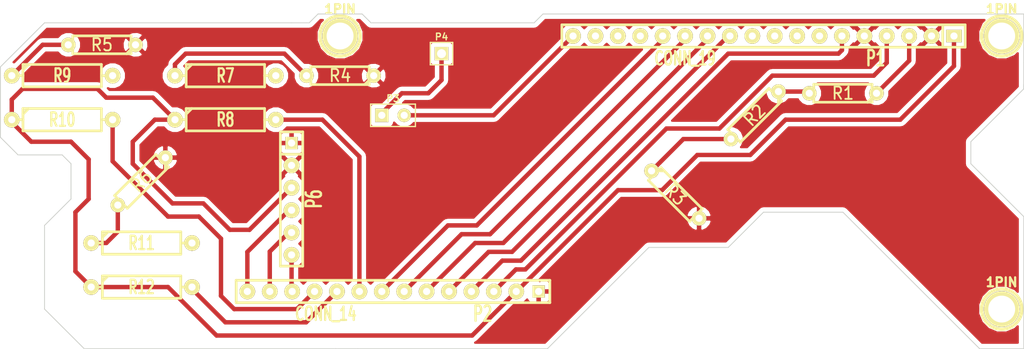
<source format=kicad_pcb>
(kicad_pcb (version 3) (host pcbnew "(2013-07-07 BZR 4022)-stable")

  (general
    (links 33)
    (no_connects 0)
    (area 16.449999 13.063 132.730501 52.550001)
    (thickness 1.6)
    (drawings 37)
    (tracks 110)
    (zones 0)
    (modules 20)
    (nets 23)
  )

  (page A3)
  (layers
    (15 F.Cu signal)
    (0 B.Cu signal)
    (16 B.Adhes user)
    (17 F.Adhes user)
    (18 B.Paste user)
    (19 F.Paste user)
    (20 B.SilkS user)
    (21 F.SilkS user)
    (22 B.Mask user)
    (23 F.Mask user)
    (24 Dwgs.User user)
    (25 Cmts.User user)
    (26 Eco1.User user)
    (27 Eco2.User user)
    (28 Edge.Cuts user)
  )

  (setup
    (last_trace_width 0.5)
    (trace_clearance 0.254)
    (zone_clearance 0.508)
    (zone_45_only no)
    (trace_min 0.254)
    (segment_width 0.2)
    (edge_width 0.1)
    (via_size 0.889)
    (via_drill 0.635)
    (via_min_size 0.889)
    (via_min_drill 0.508)
    (uvia_size 0.508)
    (uvia_drill 0.127)
    (uvias_allowed no)
    (uvia_min_size 0.508)
    (uvia_min_drill 0.127)
    (pcb_text_width 0.3)
    (pcb_text_size 1.5 1.5)
    (mod_edge_width 0.15)
    (mod_text_size 1 1)
    (mod_text_width 0.15)
    (pad_size 1.524 1.524)
    (pad_drill 0.8128)
    (pad_to_mask_clearance 0.4064)
    (solder_mask_min_width 0.4064)
    (pad_to_paste_clearance 0.4064)
    (aux_axis_origin 0 0)
    (visible_elements 7FFFFFFF)
    (pcbplotparams
      (layerselection 271613953)
      (usegerberextensions true)
      (excludeedgelayer true)
      (linewidth 0.150000)
      (plotframeref false)
      (viasonmask false)
      (mode 1)
      (useauxorigin false)
      (hpglpennumber 1)
      (hpglpenspeed 20)
      (hpglpendiameter 15)
      (hpglpenoverlay 2)
      (psnegative false)
      (psa4output false)
      (plotreference true)
      (plotvalue true)
      (plotothertext true)
      (plotinvisibletext false)
      (padsonsilk false)
      (subtractmaskfromsilk false)
      (outputformat 1)
      (mirror false)
      (drillshape 0)
      (scaleselection 1)
      (outputdirectory ../../Users/Administrator/Desktop/inter/))
  )

  (net 0 "")
  (net 1 +5V)
  (net 2 /10)
  (net 3 /2)
  (net 4 /3)
  (net 5 /4)
  (net 6 /6)
  (net 7 /7)
  (net 8 /9)
  (net 9 /A2)
  (net 10 /A3)
  (net 11 /BAT)
  (net 12 /R)
  (net 13 /RST)
  (net 14 /RX1)
  (net 15 /TX0)
  (net 16 /Vin)
  (net 17 GND)
  (net 18 N-0000011)
  (net 19 N-0000030)
  (net 20 N-0000031)
  (net 21 N-0000032)
  (net 22 N-0000033)

  (net_class Default "This is the default net class."
    (clearance 0.254)
    (trace_width 0.5)
    (via_dia 0.889)
    (via_drill 0.635)
    (uvia_dia 0.508)
    (uvia_drill 0.127)
    (add_net "")
    (add_net +5V)
    (add_net /10)
    (add_net /2)
    (add_net /3)
    (add_net /4)
    (add_net /6)
    (add_net /7)
    (add_net /9)
    (add_net /A2)
    (add_net /A3)
    (add_net /BAT)
    (add_net /R)
    (add_net /RST)
    (add_net /RX1)
    (add_net /TX0)
    (add_net /Vin)
    (add_net GND)
    (add_net N-0000011)
    (add_net N-0000030)
    (add_net N-0000031)
    (add_net N-0000032)
    (add_net N-0000033)
  )

  (module SIL-18 (layer F.Cu) (tedit 52E1A356) (tstamp 52E1A086)
    (at 103 17 180)
    (descr "Connecteur 18 pins")
    (tags "CONN DEV")
    (path /52E194F0)
    (solder_mask_margin 0.4064)
    (solder_paste_margin -0.4064)
    (clearance 0.4064)
    (fp_text reference P1 (at -12.7 -2.54 180) (layer F.SilkS)
      (effects (font (size 1.72974 1.08712) (thickness 0.3048)))
    )
    (fp_text value CONN_19 (at 8.89 -2.54 180) (layer F.SilkS)
      (effects (font (size 1.524 1.016) (thickness 0.3048)))
    )
    (fp_line (start -22.86 -1.27) (end 22.86 -1.27) (layer F.SilkS) (width 0.3048))
    (fp_line (start 22.86 -1.27) (end 22.86 1.27) (layer F.SilkS) (width 0.3048))
    (fp_line (start 22.86 1.27) (end -22.86 1.27) (layer F.SilkS) (width 0.3048))
    (fp_line (start -22.86 1.27) (end -22.86 -1.27) (layer F.SilkS) (width 0.3048))
    (fp_line (start -20.32 -1.27) (end -20.32 1.27) (layer F.SilkS) (width 0.3048))
    (pad 1 thru_hole rect (at -21.59 0 180) (size 1.778 1.397) (drill 0.8128)
      (layers *.Cu *.Mask F.SilkS)
      (net 1 +5V)
      (solder_mask_margin 0.4064)
      (solder_paste_margin -0.4064)
      (clearance 0.4064)
      (thermal_width 0.508)
      (thermal_gap 0.508)
    )
    (pad 2 thru_hole circle (at -19.05 0 180) (size 1.778 1.778) (drill 0.8128)
      (layers *.Cu *.Mask F.SilkS)
      (net 17 GND)
      (solder_mask_margin 0.4064)
      (solder_paste_margin -0.4064)
    )
    (pad 3 thru_hole circle (at -16.51 0 180) (size 1.778 1.778) (drill 0.8128)
      (layers *.Cu *.Mask F.SilkS)
      (net 12 /R)
      (solder_mask_margin 0.4064)
      (solder_paste_margin -0.4064)
    )
    (pad 4 thru_hole circle (at -13.97 0 180) (size 1.778 1.778) (drill 0.8128)
      (layers *.Cu *.Mask F.SilkS)
      (net 8 /9)
      (solder_mask_margin 0.4064)
      (solder_paste_margin -0.4064)
    )
    (pad 5 thru_hole circle (at -11.43 0 180) (size 1.778 1.778) (drill 0.8128)
      (layers *.Cu *.Mask F.SilkS)
      (net 17 GND)
      (solder_mask_margin 0.4064)
      (solder_paste_margin -0.4064)
    )
    (pad 6 thru_hole circle (at -8.89 0 180) (size 1.778 1.778) (drill 0.8128)
      (layers *.Cu *.Mask F.SilkS)
      (net 2 /10)
      (solder_mask_margin 0.4064)
      (solder_paste_margin -0.4064)
      (clearance 0.4064)
      (thermal_width 0.508)
      (thermal_gap 0.508)
    )
    (pad 7 thru_hole circle (at -6.35 0 180) (size 1.778 1.778) (drill 0.8128)
      (layers *.Cu *.Mask F.SilkS)
      (solder_mask_margin 0.4064)
      (solder_paste_margin -0.4064)
    )
    (pad 8 thru_hole circle (at -3.81 0 180) (size 1.778 1.778) (drill 0.8128)
      (layers *.Cu *.Mask F.SilkS)
      (solder_mask_margin 0.4064)
      (solder_paste_margin -0.4064)
    )
    (pad 9 thru_hole circle (at -1.27 0 180) (size 1.778 1.778) (drill 0.8128)
      (layers *.Cu *.Mask F.SilkS)
      (solder_mask_margin 0.4064)
      (solder_paste_margin -0.4064)
    )
    (pad 10 thru_hole circle (at 1.27 0 180) (size 1.778 1.778) (drill 0.8128)
      (layers *.Cu *.Mask F.SilkS)
      (solder_mask_margin 0.4064)
      (solder_paste_margin -0.4064)
      (clearance 0.4064)
      (thermal_width 0.508)
      (thermal_gap 0.508)
    )
    (pad 11 thru_hole circle (at 3.81 0 180) (size 1.778 1.778) (drill 0.8128)
      (layers *.Cu *.Mask F.SilkS)
      (net 6 /6)
      (solder_mask_margin 0.4064)
      (solder_paste_margin -0.4064)
      (clearance 0.4064)
      (thermal_width 0.508)
      (thermal_gap 0.508)
    )
    (pad 12 thru_hole circle (at 6.35 0 180) (size 1.778 1.778) (drill 0.8128)
      (layers *.Cu *.Mask F.SilkS)
      (net 5 /4)
      (solder_mask_margin 0.4064)
      (solder_paste_margin -0.4064)
    )
    (pad 13 thru_hole circle (at 8.89 0 180) (size 1.778 1.778) (drill 0.8128)
      (layers *.Cu *.Mask F.SilkS)
      (net 4 /3)
      (solder_mask_margin 0.4064)
      (solder_paste_margin -0.4064)
    )
    (pad 14 thru_hole circle (at 11.43 0 180) (size 1.778 1.778) (drill 0.8128)
      (layers *.Cu *.Mask F.SilkS)
      (net 3 /2)
      (solder_mask_margin 0.4064)
      (solder_paste_margin -0.4064)
      (clearance 0.4064)
      (thermal_width 0.508)
      (thermal_gap 0.508)
    )
    (pad 15 thru_hole circle (at 13.97 0 180) (size 1.778 1.778) (drill 0.8128)
      (layers *.Cu *.Mask F.SilkS)
      (solder_mask_margin 0.4064)
      (solder_paste_margin -0.4064)
    )
    (pad 16 thru_hole circle (at 16.51 0 180) (size 1.778 1.778) (drill 0.8128)
      (layers *.Cu *.Mask F.SilkS)
      (solder_mask_margin 0.4064)
      (solder_paste_margin -0.4064)
    )
    (pad 17 thru_hole circle (at 19.05 0 180) (size 1.778 1.778) (drill 0.8128)
      (layers *.Cu *.Mask F.SilkS)
      (solder_mask_margin 0.4064)
      (solder_paste_margin -0.4064)
      (clearance 0.4064)
      (thermal_width 0.508)
      (thermal_gap 0.508)
    )
    (pad 18 thru_hole circle (at 21.59 0 180) (size 1.778 1.778) (drill 0.8128)
      (layers *.Cu *.Mask F.SilkS)
      (net 11 /BAT)
      (solder_mask_margin 0.4064)
      (solder_paste_margin -0.4064)
      (clearance 0.4064)
      (thermal_width 0.508)
      (thermal_gap 0.508)
    )
  )

  (module R4-5 (layer F.Cu) (tedit 416E8E97) (tstamp 52DD3D2A)
    (at 42 21.5)
    (path /52DD336B)
    (fp_text reference R7 (at 0 0) (layer F.SilkS)
      (effects (font (size 1.524 1.016) (thickness 0.3048)))
    )
    (fp_text value R (at 0 0) (layer F.SilkS) hide
      (effects (font (size 1.524 1.016) (thickness 0.3048)))
    )
    (fp_line (start -4.445 -1.27) (end -4.445 1.27) (layer F.SilkS) (width 0.3048))
    (fp_line (start -4.445 1.27) (end 4.445 1.27) (layer F.SilkS) (width 0.3048))
    (fp_line (start 4.445 1.27) (end 4.445 -1.27) (layer F.SilkS) (width 0.3048))
    (fp_line (start 4.445 -1.27) (end -4.445 -1.27) (layer F.SilkS) (width 0.3048))
    (fp_line (start -4.445 -0.635) (end -3.81 -1.27) (layer F.SilkS) (width 0.3048))
    (fp_line (start -4.445 0) (end -5.715 0) (layer F.SilkS) (width 0.3048))
    (fp_line (start 4.445 0) (end 5.715 0) (layer F.SilkS) (width 0.3048))
    (pad 1 thru_hole circle (at -5.715 0) (size 1.778 1.778) (drill 0.8128)
      (layers *.Cu *.Mask F.SilkS)
      (net 19 N-0000030)
      (solder_mask_margin 0.4064)
      (solder_paste_margin -0.4064)
    )
    (pad 2 thru_hole circle (at 5.715 0) (size 1.778 1.778) (drill 0.8128)
      (layers *.Cu *.Mask F.SilkS)
      (solder_mask_margin 0.4064)
      (solder_paste_margin -0.4064)
    )
    (model discret/resistor.wrl
      (at (xyz 0 0 0))
      (scale (xyz 0.45 0.45 0.45))
      (rotate (xyz 0 0 0))
    )
  )

  (module R4-5 (layer F.Cu) (tedit 52E1A2AF) (tstamp 52DD3D37)
    (at 42 26.5)
    (path /52DD3371)
    (fp_text reference R8 (at 0 0) (layer F.SilkS)
      (effects (font (size 1.524 1.016) (thickness 0.3048)))
    )
    (fp_text value R (at 0 0) (layer F.SilkS) hide
      (effects (font (size 1.524 1.016) (thickness 0.3048)))
    )
    (fp_line (start -4.445 -1.27) (end -4.445 1.27) (layer F.SilkS) (width 0.3048))
    (fp_line (start -4.445 1.27) (end 4.445 1.27) (layer F.SilkS) (width 0.3048))
    (fp_line (start 4.445 1.27) (end 4.445 -1.27) (layer F.SilkS) (width 0.3048))
    (fp_line (start 4.445 -1.27) (end -4.445 -1.27) (layer F.SilkS) (width 0.3048))
    (fp_line (start -4.445 -0.635) (end -3.81 -1.27) (layer F.SilkS) (width 0.3048))
    (fp_line (start -4.445 0) (end -5.715 0) (layer F.SilkS) (width 0.3048))
    (fp_line (start 4.445 0) (end 5.715 0) (layer F.SilkS) (width 0.3048))
    (pad 1 thru_hole circle (at -5.715 0) (size 1.778 1.778) (drill 0.8128)
      (layers *.Cu *.Mask F.SilkS)
      (net 1 +5V)
      (solder_mask_margin 0.4064)
      (solder_paste_margin -0.4064)
    )
    (pad 2 thru_hole circle (at 5.715 0) (size 1.778 1.778) (drill 0.8128)
      (layers *.Cu *.Mask F.SilkS)
      (net 7 /7)
      (solder_mask_margin 0.4064)
      (solder_paste_margin -0.4064)
      (clearance 0.4064)
      (thermal_width 0.508)
      (thermal_gap 0.508)
    )
    (model discret/resistor.wrl
      (at (xyz 0 0 0))
      (scale (xyz 0.45 0.45 0.45))
      (rotate (xyz 0 0 0))
    )
  )

  (module R4-5 (layer F.Cu) (tedit 416E8E97) (tstamp 52DD3D44)
    (at 23.5 21.5)
    (path /52DD38D4)
    (fp_text reference R9 (at 0 0) (layer F.SilkS)
      (effects (font (size 1.524 1.016) (thickness 0.3048)))
    )
    (fp_text value R (at 0 0) (layer F.SilkS) hide
      (effects (font (size 1.524 1.016) (thickness 0.3048)))
    )
    (fp_line (start -4.445 -1.27) (end -4.445 1.27) (layer F.SilkS) (width 0.3048))
    (fp_line (start -4.445 1.27) (end 4.445 1.27) (layer F.SilkS) (width 0.3048))
    (fp_line (start 4.445 1.27) (end 4.445 -1.27) (layer F.SilkS) (width 0.3048))
    (fp_line (start 4.445 -1.27) (end -4.445 -1.27) (layer F.SilkS) (width 0.3048))
    (fp_line (start -4.445 -0.635) (end -3.81 -1.27) (layer F.SilkS) (width 0.3048))
    (fp_line (start -4.445 0) (end -5.715 0) (layer F.SilkS) (width 0.3048))
    (fp_line (start 4.445 0) (end 5.715 0) (layer F.SilkS) (width 0.3048))
    (pad 1 thru_hole circle (at -5.715 0) (size 1.778 1.778) (drill 0.8128)
      (layers *.Cu *.Mask F.SilkS)
      (net 22 N-0000033)
      (solder_mask_margin 0.4064)
      (solder_paste_margin -0.4064)
    )
    (pad 2 thru_hole circle (at 5.715 0) (size 1.778 1.778) (drill 0.8128)
      (layers *.Cu *.Mask F.SilkS)
      (solder_mask_margin 0.4064)
      (solder_paste_margin -0.4064)
    )
    (model discret/resistor.wrl
      (at (xyz 0 0 0))
      (scale (xyz 0.45 0.45 0.45))
      (rotate (xyz 0 0 0))
    )
  )

  (module R4-5 (layer F.Cu) (tedit 416E8E97) (tstamp 52DD3D51)
    (at 23.5 26.5)
    (path /52DD38DA)
    (fp_text reference R10 (at 0 0) (layer F.SilkS)
      (effects (font (size 1.524 1.016) (thickness 0.3048)))
    )
    (fp_text value R (at 0 0) (layer F.SilkS) hide
      (effects (font (size 1.524 1.016) (thickness 0.3048)))
    )
    (fp_line (start -4.445 -1.27) (end -4.445 1.27) (layer F.SilkS) (width 0.3048))
    (fp_line (start -4.445 1.27) (end 4.445 1.27) (layer F.SilkS) (width 0.3048))
    (fp_line (start 4.445 1.27) (end 4.445 -1.27) (layer F.SilkS) (width 0.3048))
    (fp_line (start 4.445 -1.27) (end -4.445 -1.27) (layer F.SilkS) (width 0.3048))
    (fp_line (start -4.445 -0.635) (end -3.81 -1.27) (layer F.SilkS) (width 0.3048))
    (fp_line (start -4.445 0) (end -5.715 0) (layer F.SilkS) (width 0.3048))
    (fp_line (start 4.445 0) (end 5.715 0) (layer F.SilkS) (width 0.3048))
    (pad 1 thru_hole circle (at -5.715 0) (size 1.778 1.778) (drill 0.8128)
      (layers *.Cu *.Mask F.SilkS)
      (net 1 +5V)
      (solder_mask_margin 0.4064)
      (solder_paste_margin -0.4064)
    )
    (pad 2 thru_hole circle (at 5.715 0) (size 1.778 1.778) (drill 0.8128)
      (layers *.Cu *.Mask F.SilkS)
      (net 10 /A3)
      (solder_mask_margin 0.4064)
      (solder_paste_margin -0.4064)
    )
    (model discret/resistor.wrl
      (at (xyz 0 0 0))
      (scale (xyz 0.45 0.45 0.45))
      (rotate (xyz 0 0 0))
    )
  )

  (module R4-5 (layer F.Cu) (tedit 416E8E97) (tstamp 52DD3D5E)
    (at 32.5 45.5)
    (path /52DD38F4)
    (fp_text reference R12 (at 0 0) (layer F.SilkS)
      (effects (font (size 1.524 1.016) (thickness 0.3048)))
    )
    (fp_text value R (at 0 0) (layer F.SilkS) hide
      (effects (font (size 1.524 1.016) (thickness 0.3048)))
    )
    (fp_line (start -4.445 -1.27) (end -4.445 1.27) (layer F.SilkS) (width 0.3048))
    (fp_line (start -4.445 1.27) (end 4.445 1.27) (layer F.SilkS) (width 0.3048))
    (fp_line (start 4.445 1.27) (end 4.445 -1.27) (layer F.SilkS) (width 0.3048))
    (fp_line (start 4.445 -1.27) (end -4.445 -1.27) (layer F.SilkS) (width 0.3048))
    (fp_line (start -4.445 -0.635) (end -3.81 -1.27) (layer F.SilkS) (width 0.3048))
    (fp_line (start -4.445 0) (end -5.715 0) (layer F.SilkS) (width 0.3048))
    (fp_line (start 4.445 0) (end 5.715 0) (layer F.SilkS) (width 0.3048))
    (pad 1 thru_hole circle (at -5.715 0) (size 1.778 1.778) (drill 0.8128)
      (layers *.Cu *.Mask F.SilkS)
      (net 1 +5V)
      (solder_mask_margin 0.4064)
      (solder_paste_margin -0.4064)
    )
    (pad 2 thru_hole circle (at 5.715 0) (size 1.778 1.778) (drill 0.8128)
      (layers *.Cu *.Mask F.SilkS)
      (net 9 /A2)
      (solder_mask_margin 0.4064)
      (solder_paste_margin -0.4064)
    )
    (model discret/resistor.wrl
      (at (xyz 0 0 0))
      (scale (xyz 0.45 0.45 0.45))
      (rotate (xyz 0 0 0))
    )
  )

  (module R4-5 (layer F.Cu) (tedit 416E8E97) (tstamp 52DD3D6B)
    (at 32.5 40.5)
    (path /52DD3A3B)
    (fp_text reference R11 (at 0 0) (layer F.SilkS)
      (effects (font (size 1.524 1.016) (thickness 0.3048)))
    )
    (fp_text value R (at 0 0) (layer F.SilkS) hide
      (effects (font (size 1.524 1.016) (thickness 0.3048)))
    )
    (fp_line (start -4.445 -1.27) (end -4.445 1.27) (layer F.SilkS) (width 0.3048))
    (fp_line (start -4.445 1.27) (end 4.445 1.27) (layer F.SilkS) (width 0.3048))
    (fp_line (start 4.445 1.27) (end 4.445 -1.27) (layer F.SilkS) (width 0.3048))
    (fp_line (start 4.445 -1.27) (end -4.445 -1.27) (layer F.SilkS) (width 0.3048))
    (fp_line (start -4.445 -0.635) (end -3.81 -1.27) (layer F.SilkS) (width 0.3048))
    (fp_line (start -4.445 0) (end -5.715 0) (layer F.SilkS) (width 0.3048))
    (fp_line (start 4.445 0) (end 5.715 0) (layer F.SilkS) (width 0.3048))
    (pad 1 thru_hole circle (at -5.715 0) (size 1.778 1.778) (drill 0.8128)
      (layers *.Cu *.Mask F.SilkS)
      (net 18 N-0000011)
      (solder_mask_margin 0.4064)
      (solder_paste_margin -0.4064)
    )
    (pad 2 thru_hole circle (at 5.715 0) (size 1.778 1.778) (drill 0.8128)
      (layers *.Cu *.Mask F.SilkS)
      (solder_mask_margin 0.4064)
      (solder_paste_margin -0.4064)
    )
    (model discret/resistor.wrl
      (at (xyz 0 0 0))
      (scale (xyz 0.45 0.45 0.45))
      (rotate (xyz 0 0 0))
    )
  )

  (module R3-LARGE_PADS (layer F.Cu) (tedit 47E26765) (tstamp 52DD3D79)
    (at 93 35 315)
    (descr "Resitance 3 pas")
    (tags R)
    (path /52DD279F)
    (autoplace_cost180 10)
    (fp_text reference R3 (at 0 0 315) (layer F.SilkS)
      (effects (font (size 1.397 1.27) (thickness 0.2032)))
    )
    (fp_text value R (at 0 0 315) (layer F.SilkS) hide
      (effects (font (size 1.397 1.27) (thickness 0.2032)))
    )
    (fp_line (start -3.81 0) (end -3.302 0) (layer F.SilkS) (width 0.3048))
    (fp_line (start 3.81 0) (end 3.302 0) (layer F.SilkS) (width 0.3048))
    (fp_line (start 3.302 0) (end 3.302 -1.016) (layer F.SilkS) (width 0.3048))
    (fp_line (start 3.302 -1.016) (end -3.302 -1.016) (layer F.SilkS) (width 0.3048))
    (fp_line (start -3.302 -1.016) (end -3.302 1.016) (layer F.SilkS) (width 0.3048))
    (fp_line (start -3.302 1.016) (end 3.302 1.016) (layer F.SilkS) (width 0.3048))
    (fp_line (start 3.302 1.016) (end 3.302 0) (layer F.SilkS) (width 0.3048))
    (fp_line (start -3.302 -0.508) (end -2.794 -1.016) (layer F.SilkS) (width 0.3048))
    (pad 1 thru_hole circle (at -3.81 0 315) (size 1.651 1.651) (drill 0.8128)
      (layers *.Cu *.Mask F.SilkS)
      (net 20 N-0000031)
    )
    (pad 2 thru_hole circle (at 3.81 0 315) (size 1.651 1.651) (drill 0.8128)
      (layers *.Cu *.Mask F.SilkS)
      (net 17 GND)
    )
    (model discret/resistor.wrl
      (at (xyz 0 0 0))
      (scale (xyz 0.3 0.3 0.3))
      (rotate (xyz 0 0 0))
    )
  )

  (module R3-LARGE_PADS (layer F.Cu) (tedit 47E26765) (tstamp 52DD3E43)
    (at 102 26 225)
    (descr "Resitance 3 pas")
    (tags R)
    (path /52DD27A5)
    (autoplace_cost180 10)
    (fp_text reference R2 (at 0 0 225) (layer F.SilkS)
      (effects (font (size 1.397 1.27) (thickness 0.2032)))
    )
    (fp_text value R (at 0 0 225) (layer F.SilkS) hide
      (effects (font (size 1.397 1.27) (thickness 0.2032)))
    )
    (fp_line (start -3.81 0) (end -3.302 0) (layer F.SilkS) (width 0.3048))
    (fp_line (start 3.81 0) (end 3.302 0) (layer F.SilkS) (width 0.3048))
    (fp_line (start 3.302 0) (end 3.302 -1.016) (layer F.SilkS) (width 0.3048))
    (fp_line (start 3.302 -1.016) (end -3.302 -1.016) (layer F.SilkS) (width 0.3048))
    (fp_line (start -3.302 -1.016) (end -3.302 1.016) (layer F.SilkS) (width 0.3048))
    (fp_line (start -3.302 1.016) (end 3.302 1.016) (layer F.SilkS) (width 0.3048))
    (fp_line (start 3.302 1.016) (end 3.302 0) (layer F.SilkS) (width 0.3048))
    (fp_line (start -3.302 -0.508) (end -2.794 -1.016) (layer F.SilkS) (width 0.3048))
    (pad 1 thru_hole circle (at -3.81 0 225) (size 1.651 1.651) (drill 0.8128)
      (layers *.Cu *.Mask F.SilkS)
      (net 21 N-0000032)
    )
    (pad 2 thru_hole circle (at 3.81 0 225) (size 1.651 1.651) (drill 0.8128)
      (layers *.Cu *.Mask F.SilkS)
      (net 20 N-0000031)
    )
    (model discret/resistor.wrl
      (at (xyz 0 0 0))
      (scale (xyz 0.3 0.3 0.3))
      (rotate (xyz 0 0 0))
    )
  )

  (module R3-LARGE_PADS (layer F.Cu) (tedit 47E26765) (tstamp 52DD3D95)
    (at 112 23.5 180)
    (descr "Resitance 3 pas")
    (tags R)
    (path /52DD27AB)
    (autoplace_cost180 10)
    (fp_text reference R1 (at 0 0 180) (layer F.SilkS)
      (effects (font (size 1.397 1.27) (thickness 0.2032)))
    )
    (fp_text value R (at 0 0 180) (layer F.SilkS) hide
      (effects (font (size 1.397 1.27) (thickness 0.2032)))
    )
    (fp_line (start -3.81 0) (end -3.302 0) (layer F.SilkS) (width 0.3048))
    (fp_line (start 3.81 0) (end 3.302 0) (layer F.SilkS) (width 0.3048))
    (fp_line (start 3.302 0) (end 3.302 -1.016) (layer F.SilkS) (width 0.3048))
    (fp_line (start 3.302 -1.016) (end -3.302 -1.016) (layer F.SilkS) (width 0.3048))
    (fp_line (start -3.302 -1.016) (end -3.302 1.016) (layer F.SilkS) (width 0.3048))
    (fp_line (start -3.302 1.016) (end 3.302 1.016) (layer F.SilkS) (width 0.3048))
    (fp_line (start 3.302 1.016) (end 3.302 0) (layer F.SilkS) (width 0.3048))
    (fp_line (start -3.302 -0.508) (end -2.794 -1.016) (layer F.SilkS) (width 0.3048))
    (pad 1 thru_hole circle (at -3.81 0 180) (size 1.651 1.651) (drill 0.8128)
      (layers *.Cu *.Mask F.SilkS)
      (net 12 /R)
    )
    (pad 2 thru_hole circle (at 3.81 0 180) (size 1.651 1.651) (drill 0.8128)
      (layers *.Cu *.Mask F.SilkS)
      (net 21 N-0000032)
    )
    (model discret/resistor.wrl
      (at (xyz 0 0 0))
      (scale (xyz 0.3 0.3 0.3))
      (rotate (xyz 0 0 0))
    )
  )

  (module R3-LARGE_PADS (layer F.Cu) (tedit 47E26765) (tstamp 52DD3DA3)
    (at 55 21.5 180)
    (descr "Resitance 3 pas")
    (tags R)
    (path /52DD2923)
    (autoplace_cost180 10)
    (fp_text reference R4 (at 0 0 180) (layer F.SilkS)
      (effects (font (size 1.397 1.27) (thickness 0.2032)))
    )
    (fp_text value R (at 0 0 180) (layer F.SilkS) hide
      (effects (font (size 1.397 1.27) (thickness 0.2032)))
    )
    (fp_line (start -3.81 0) (end -3.302 0) (layer F.SilkS) (width 0.3048))
    (fp_line (start 3.81 0) (end 3.302 0) (layer F.SilkS) (width 0.3048))
    (fp_line (start 3.302 0) (end 3.302 -1.016) (layer F.SilkS) (width 0.3048))
    (fp_line (start 3.302 -1.016) (end -3.302 -1.016) (layer F.SilkS) (width 0.3048))
    (fp_line (start -3.302 -1.016) (end -3.302 1.016) (layer F.SilkS) (width 0.3048))
    (fp_line (start -3.302 1.016) (end 3.302 1.016) (layer F.SilkS) (width 0.3048))
    (fp_line (start 3.302 1.016) (end 3.302 0) (layer F.SilkS) (width 0.3048))
    (fp_line (start -3.302 -0.508) (end -2.794 -1.016) (layer F.SilkS) (width 0.3048))
    (pad 1 thru_hole circle (at -3.81 0 180) (size 1.651 1.651) (drill 0.8128)
      (layers *.Cu *.Mask F.SilkS)
      (net 17 GND)
    )
    (pad 2 thru_hole circle (at 3.81 0 180) (size 1.651 1.651) (drill 0.8128)
      (layers *.Cu *.Mask F.SilkS)
      (net 19 N-0000030)
    )
    (model discret/resistor.wrl
      (at (xyz 0 0 0))
      (scale (xyz 0.3 0.3 0.3))
      (rotate (xyz 0 0 0))
    )
  )

  (module R3-LARGE_PADS (layer F.Cu) (tedit 47E26765) (tstamp 52DD3DB1)
    (at 28 18 180)
    (descr "Resitance 3 pas")
    (tags R)
    (path /52DD38C9)
    (autoplace_cost180 10)
    (fp_text reference R5 (at 0 0 180) (layer F.SilkS)
      (effects (font (size 1.397 1.27) (thickness 0.2032)))
    )
    (fp_text value R (at 0 0 180) (layer F.SilkS) hide
      (effects (font (size 1.397 1.27) (thickness 0.2032)))
    )
    (fp_line (start -3.81 0) (end -3.302 0) (layer F.SilkS) (width 0.3048))
    (fp_line (start 3.81 0) (end 3.302 0) (layer F.SilkS) (width 0.3048))
    (fp_line (start 3.302 0) (end 3.302 -1.016) (layer F.SilkS) (width 0.3048))
    (fp_line (start 3.302 -1.016) (end -3.302 -1.016) (layer F.SilkS) (width 0.3048))
    (fp_line (start -3.302 -1.016) (end -3.302 1.016) (layer F.SilkS) (width 0.3048))
    (fp_line (start -3.302 1.016) (end 3.302 1.016) (layer F.SilkS) (width 0.3048))
    (fp_line (start 3.302 1.016) (end 3.302 0) (layer F.SilkS) (width 0.3048))
    (fp_line (start -3.302 -0.508) (end -2.794 -1.016) (layer F.SilkS) (width 0.3048))
    (pad 1 thru_hole circle (at -3.81 0 180) (size 1.651 1.651) (drill 0.8128)
      (layers *.Cu *.Mask F.SilkS)
      (net 17 GND)
    )
    (pad 2 thru_hole circle (at 3.81 0 180) (size 1.651 1.651) (drill 0.8128)
      (layers *.Cu *.Mask F.SilkS)
      (net 22 N-0000033)
    )
    (model discret/resistor.wrl
      (at (xyz 0 0 0))
      (scale (xyz 0.3 0.3 0.3))
      (rotate (xyz 0 0 0))
    )
  )

  (module R3-LARGE_PADS (layer F.Cu) (tedit 47E26765) (tstamp 52DD3DBF)
    (at 32.5 33.5 225)
    (descr "Resitance 3 pas")
    (tags R)
    (path /52DD38E3)
    (autoplace_cost180 10)
    (fp_text reference R6 (at 0 0 225) (layer F.SilkS)
      (effects (font (size 1.397 1.27) (thickness 0.2032)))
    )
    (fp_text value R (at 0 0 225) (layer F.SilkS) hide
      (effects (font (size 1.397 1.27) (thickness 0.2032)))
    )
    (fp_line (start -3.81 0) (end -3.302 0) (layer F.SilkS) (width 0.3048))
    (fp_line (start 3.81 0) (end 3.302 0) (layer F.SilkS) (width 0.3048))
    (fp_line (start 3.302 0) (end 3.302 -1.016) (layer F.SilkS) (width 0.3048))
    (fp_line (start 3.302 -1.016) (end -3.302 -1.016) (layer F.SilkS) (width 0.3048))
    (fp_line (start -3.302 -1.016) (end -3.302 1.016) (layer F.SilkS) (width 0.3048))
    (fp_line (start -3.302 1.016) (end 3.302 1.016) (layer F.SilkS) (width 0.3048))
    (fp_line (start 3.302 1.016) (end 3.302 0) (layer F.SilkS) (width 0.3048))
    (fp_line (start -3.302 -0.508) (end -2.794 -1.016) (layer F.SilkS) (width 0.3048))
    (pad 1 thru_hole circle (at -3.81 0 225) (size 1.651 1.651) (drill 0.8128)
      (layers *.Cu *.Mask F.SilkS)
      (net 17 GND)
    )
    (pad 2 thru_hole circle (at 3.81 0 225) (size 1.651 1.651) (drill 0.8128)
      (layers *.Cu *.Mask F.SilkS)
      (net 18 N-0000011)
    )
    (model discret/resistor.wrl
      (at (xyz 0 0 0))
      (scale (xyz 0.3 0.3 0.3))
      (rotate (xyz 0 0 0))
    )
  )

  (module 1pin (layer F.Cu) (tedit 200000) (tstamp 52DDF5EB)
    (at 55 17)
    (descr "module 1 pin (ou trou mecanique de percage)")
    (tags DEV)
    (path 1pin)
    (fp_text reference 1PIN (at 0 -3.048) (layer F.SilkS)
      (effects (font (size 1.016 1.016) (thickness 0.254)))
    )
    (fp_text value P*** (at 0 2.794) (layer F.SilkS) hide
      (effects (font (size 1.016 1.016) (thickness 0.254)))
    )
    (fp_circle (center 0 0) (end 0 -2.286) (layer F.SilkS) (width 0.381))
    (pad 1 thru_hole circle (at 0 0) (size 4.064 4.064) (drill 3.048)
      (layers *.Cu *.Mask F.SilkS)
    )
  )

  (module 1pin (layer F.Cu) (tedit 200000) (tstamp 52DDF5F6)
    (at 130 17)
    (descr "module 1 pin (ou trou mecanique de percage)")
    (tags DEV)
    (path 1pin)
    (fp_text reference 1PIN (at 0 -3.048) (layer F.SilkS)
      (effects (font (size 1.016 1.016) (thickness 0.254)))
    )
    (fp_text value P*** (at 0 2.794) (layer F.SilkS) hide
      (effects (font (size 1.016 1.016) (thickness 0.254)))
    )
    (fp_circle (center 0 0) (end 0 -2.286) (layer F.SilkS) (width 0.381))
    (pad 1 thru_hole circle (at 0 0) (size 4.064 4.064) (drill 3.048)
      (layers *.Cu *.Mask F.SilkS)
    )
  )

  (module 1pin (layer F.Cu) (tedit 200000) (tstamp 52DDF601)
    (at 130 48)
    (descr "module 1 pin (ou trou mecanique de percage)")
    (tags DEV)
    (path 1pin)
    (fp_text reference 1PIN (at 0 -3.048) (layer F.SilkS)
      (effects (font (size 1.016 1.016) (thickness 0.254)))
    )
    (fp_text value P*** (at 0 2.794) (layer F.SilkS) hide
      (effects (font (size 1.016 1.016) (thickness 0.254)))
    )
    (fp_circle (center 0 0) (end 0 -2.286) (layer F.SilkS) (width 0.381))
    (pad 1 thru_hole circle (at 0 0) (size 4.064 4.064) (drill 3.048)
      (layers *.Cu *.Mask F.SilkS)
    )
  )

  (module SIL-6 (layer F.Cu) (tedit 52E1A281) (tstamp 52E1938D)
    (at 49.5 35.5 270)
    (descr "Connecteur 6 pins")
    (tags "CONN DEV")
    (path /52E190A8)
    (fp_text reference P6 (at 0 -2.54 270) (layer F.SilkS)
      (effects (font (size 1.72974 1.08712) (thickness 0.3048)))
    )
    (fp_text value CONN_6 (at 0 -2.54 270) (layer F.SilkS) hide
      (effects (font (size 1.524 1.016) (thickness 0.3048)))
    )
    (fp_line (start -7.62 1.27) (end -7.62 -1.27) (layer F.SilkS) (width 0.3048))
    (fp_line (start -7.62 -1.27) (end 7.62 -1.27) (layer F.SilkS) (width 0.3048))
    (fp_line (start 7.62 -1.27) (end 7.62 1.27) (layer F.SilkS) (width 0.3048))
    (fp_line (start 7.62 1.27) (end -7.62 1.27) (layer F.SilkS) (width 0.3048))
    (fp_line (start -5.08 1.27) (end -5.08 -1.27) (layer F.SilkS) (width 0.3048))
    (pad 1 thru_hole rect (at -6.35 0 270) (size 1.397 1.397) (drill 0.8128)
      (layers *.Cu *.Mask F.SilkS)
      (net 17 GND)
    )
    (pad 2 thru_hole circle (at -3.81 0 270) (size 1.778 1.778) (drill 0.8128)
      (layers *.Cu *.Mask F.SilkS)
      (net 17 GND)
      (solder_mask_margin 0.4064)
      (solder_paste_margin -0.4064)
    )
    (pad 3 thru_hole circle (at -1.27 0 270) (size 1.778 1.778) (drill 0.8128)
      (layers *.Cu *.Mask F.SilkS)
      (net 1 +5V)
      (solder_mask_margin 0.4064)
      (solder_paste_margin -0.4064)
      (clearance 0.4064)
      (thermal_width 0.508)
      (thermal_gap 0.508)
    )
    (pad 4 thru_hole circle (at 1.27 0 270) (size 1.778 1.778) (drill 0.8128)
      (layers *.Cu *.Mask F.SilkS)
      (net 15 /TX0)
      (solder_mask_margin 0.4064)
      (solder_paste_margin -0.4064)
    )
    (pad 5 thru_hole circle (at 3.81 0 270) (size 1.778 1.778) (drill 0.8128)
      (layers *.Cu *.Mask F.SilkS)
      (net 14 /RX1)
      (solder_mask_margin 0.4064)
      (solder_paste_margin -0.4064)
    )
    (pad 6 thru_hole circle (at 6.35 0 270) (size 1.778 1.778) (drill 0.8128)
      (layers *.Cu *.Mask F.SilkS)
      (net 13 /RST)
      (solder_mask_margin 0.4064)
      (solder_paste_margin -0.4064)
    )
  )

  (module PIN_ARRAY_2X1 (layer F.Cu) (tedit 52E1A3A1) (tstamp 52E19397)
    (at 61 26)
    (descr "Connecteurs 2 pins")
    (tags "CONN DEV")
    (path /52DFEF81)
    (fp_text reference P3 (at 0 -1.905) (layer F.SilkS)
      (effects (font (size 0.762 0.762) (thickness 0.1524)))
    )
    (fp_text value CONN_2 (at 0 -1.905) (layer F.SilkS) hide
      (effects (font (size 0.762 0.762) (thickness 0.1524)))
    )
    (fp_line (start -2.54 1.27) (end -2.54 -1.27) (layer F.SilkS) (width 0.1524))
    (fp_line (start -2.54 -1.27) (end 2.54 -1.27) (layer F.SilkS) (width 0.1524))
    (fp_line (start 2.54 -1.27) (end 2.54 1.27) (layer F.SilkS) (width 0.1524))
    (fp_line (start 2.54 1.27) (end -2.54 1.27) (layer F.SilkS) (width 0.1524))
    (pad 1 thru_hole rect (at -1.27 0) (size 1.524 1.524) (drill 0.8128)
      (layers *.Cu *.Mask F.SilkS)
      (net 16 /Vin)
      (solder_mask_margin 0.4064)
      (solder_paste_margin -0.4064)
      (clearance 0.4064)
      (thermal_width 0.508)
      (thermal_gap 0.508)
    )
    (pad 2 thru_hole circle (at 1.27 0) (size 1.524 1.524) (drill 0.8128)
      (layers *.Cu *.Mask F.SilkS)
      (net 11 /BAT)
      (solder_mask_margin 0.4064)
      (solder_paste_margin -0.4064)
      (clearance 0.4064)
      (thermal_width 0.508)
      (thermal_gap 0.508)
    )
    (model pin_array/pins_array_2x1.wrl
      (at (xyz 0 0 0))
      (scale (xyz 1 1 1))
      (rotate (xyz 0 0 0))
    )
  )

  (module PIN_ARRAY_1 (layer F.Cu) (tedit 52E19F95) (tstamp 52E193A9)
    (at 66.5 19)
    (descr "1 pin")
    (tags "CONN DEV")
    (path /52DFEFA3)
    (fp_text reference P4 (at 0 -1.905) (layer F.SilkS)
      (effects (font (size 0.762 0.762) (thickness 0.1524)))
    )
    (fp_text value CONN_1 (at 0 -1.905) (layer F.SilkS) hide
      (effects (font (size 0.762 0.762) (thickness 0.1524)))
    )
    (fp_line (start 1.27 1.27) (end -1.27 1.27) (layer F.SilkS) (width 0.1524))
    (fp_line (start -1.27 -1.27) (end 1.27 -1.27) (layer F.SilkS) (width 0.1524))
    (fp_line (start -1.27 1.27) (end -1.27 -1.27) (layer F.SilkS) (width 0.1524))
    (fp_line (start 1.27 -1.27) (end 1.27 1.27) (layer F.SilkS) (width 0.1524))
    (pad 1 thru_hole rect (at 0 0) (size 1.524 1.524) (drill 1.016)
      (layers *.Cu *.Mask F.SilkS)
      (net 16 /Vin)
      (solder_mask_margin 0.4064)
      (solder_paste_margin -0.4064)
      (clearance 0.4064)
      (thermal_width 0.508)
      (thermal_gap 0.508)
    )
    (model pin_array\pin_1.wrl
      (at (xyz 0 0 0))
      (scale (xyz 1 1 1))
      (rotate (xyz 0 0 0))
    )
  )

  (module SIL-14 (layer F.Cu) (tedit 52E1A2D8) (tstamp 52E19647)
    (at 61 46 180)
    (descr "Connecteur 14 pins")
    (tags "CONN DEV")
    (path /52E191A3)
    (fp_text reference P2 (at -10.16 -2.54 180) (layer F.SilkS)
      (effects (font (size 1.72974 1.08712) (thickness 0.3048)))
    )
    (fp_text value CONN_14 (at 7.62 -2.54 180) (layer F.SilkS)
      (effects (font (size 1.524 1.016) (thickness 0.3048)))
    )
    (fp_line (start -17.78 -1.27) (end 17.78 -1.27) (layer F.SilkS) (width 0.3048))
    (fp_line (start 17.78 -1.27) (end 17.78 1.27) (layer F.SilkS) (width 0.3048))
    (fp_line (start 17.78 1.27) (end -17.78 1.27) (layer F.SilkS) (width 0.3048))
    (fp_line (start -17.78 1.27) (end -17.78 -1.27) (layer F.SilkS) (width 0.3048))
    (pad 1 thru_hole rect (at -16.51 0 180) (size 1.397 1.397) (drill 0.8128)
      (layers *.Cu *.Mask F.SilkS)
      (net 17 GND)
      (solder_mask_margin 0.4064)
      (solder_paste_margin -0.4064)
      (clearance 0.4064)
      (thermal_width 0.508)
      (thermal_gap 0.508)
    )
    (pad 2 thru_hole circle (at -13.97 0 180) (size 1.778 1.778) (drill 0.8128)
      (layers *.Cu *.Mask F.SilkS)
      (net 1 +5V)
      (solder_mask_margin 0.4064)
      (solder_paste_margin -0.4064)
      (clearance 0.4064)
      (thermal_width 0.508)
      (thermal_gap 0.508)
    )
    (pad 3 thru_hole circle (at -11.43 0 180) (size 1.778 1.778) (drill 0.8128)
      (layers *.Cu *.Mask F.SilkS)
      (net 8 /9)
      (solder_mask_margin 0.4064)
      (solder_paste_margin -0.4064)
    )
    (pad 4 thru_hole circle (at -8.89 0 180) (size 1.778 1.778) (drill 0.8128)
      (layers *.Cu *.Mask F.SilkS)
      (net 2 /10)
      (solder_mask_margin 0.4064)
      (solder_paste_margin -0.4064)
      (clearance 0.4064)
      (thermal_width 0.508)
      (thermal_gap 0.508)
    )
    (pad 5 thru_hole circle (at -6.35 0 180) (size 1.778 1.778) (drill 0.8128)
      (layers *.Cu *.Mask F.SilkS)
      (net 6 /6)
      (solder_mask_margin 0.4064)
      (solder_paste_margin -0.4064)
    )
    (pad 6 thru_hole circle (at -3.81 0 180) (size 1.778 1.778) (drill 0.8128)
      (layers *.Cu *.Mask F.SilkS)
      (net 5 /4)
      (solder_mask_margin 0.4064)
      (solder_paste_margin -0.4064)
    )
    (pad 7 thru_hole circle (at -1.27 0 180) (size 1.778 1.778) (drill 0.8128)
      (layers *.Cu *.Mask F.SilkS)
      (net 4 /3)
      (solder_mask_margin 0.4064)
      (solder_paste_margin -0.4064)
    )
    (pad 8 thru_hole circle (at 1.27 0 180) (size 1.778 1.778) (drill 0.8128)
      (layers *.Cu *.Mask F.SilkS)
      (net 3 /2)
      (solder_mask_margin 0.4064)
      (solder_paste_margin -0.4064)
    )
    (pad 9 thru_hole circle (at 3.81 0 180) (size 1.778 1.778) (drill 0.8128)
      (layers *.Cu *.Mask F.SilkS)
      (net 7 /7)
      (solder_mask_margin 0.4064)
      (solder_paste_margin -0.4064)
    )
    (pad 10 thru_hole circle (at 6.35 0 180) (size 1.778 1.778) (drill 0.8128)
      (layers *.Cu *.Mask F.SilkS)
      (net 9 /A2)
      (solder_mask_margin 0.4064)
      (solder_paste_margin -0.4064)
    )
    (pad 11 thru_hole circle (at 8.89 0 180) (size 1.778 1.778) (drill 0.8128)
      (layers *.Cu *.Mask F.SilkS)
      (net 10 /A3)
      (solder_mask_margin 0.4064)
      (solder_paste_margin -0.4064)
    )
    (pad 12 thru_hole circle (at 11.43 0 180) (size 1.778 1.778) (drill 0.8128)
      (layers *.Cu *.Mask F.SilkS)
      (net 13 /RST)
      (solder_mask_margin 0.4064)
      (solder_paste_margin -0.4064)
    )
    (pad 13 thru_hole circle (at 13.97 0 180) (size 1.778 1.778) (drill 0.8128)
      (layers *.Cu *.Mask F.SilkS)
      (net 14 /RX1)
      (solder_mask_margin 0.4064)
      (solder_paste_margin -0.4064)
    )
    (pad 14 thru_hole circle (at 16.51 0 180) (size 1.778 1.778) (drill 0.8128)
      (layers *.Cu *.Mask F.SilkS)
      (net 15 /TX0)
      (solder_mask_margin 0.4064)
      (solder_paste_margin -0.4064)
    )
  )

  (gr_line (start 132.5 37.5) (end 132.5 52.5) (angle 90) (layer Edge.Cuts) (width 0.1))
  (gr_line (start 132.5 23) (end 132.5 22.5) (angle 90) (layer Edge.Cuts) (width 0.1))
  (gr_line (start 132.5 20) (end 132.5 23) (angle 90) (layer Edge.Cuts) (width 0.1))
  (gr_line (start 127.5 52.5) (end 132.5 52.5) (angle 90) (layer Edge.Cuts) (width 0.1))
  (gr_line (start 57 52.5) (end 78.5 52.5) (angle 90) (layer Edge.Cuts) (width 0.1))
  (gr_line (start 126.5 31.5) (end 132.5 37.5) (angle 90) (layer Edge.Cuts) (width 0.1))
  (gr_line (start 126.5 29) (end 126.5 31.5) (angle 90) (layer Edge.Cuts) (width 0.1))
  (gr_line (start 132.5 23) (end 126.5 29) (angle 90) (layer Edge.Cuts) (width 0.1))
  (gr_line (start 112 37) (end 127.5 52.5) (angle 90) (layer Edge.Cuts) (width 0.1))
  (gr_line (start 103 37) (end 112 37) (angle 90) (layer Edge.Cuts) (width 0.1))
  (gr_line (start 99 41) (end 103 37) (angle 90) (layer Edge.Cuts) (width 0.1))
  (gr_line (start 90 41) (end 99 41) (angle 90) (layer Edge.Cuts) (width 0.1))
  (gr_line (start 78.5 52.5) (end 90 41) (angle 90) (layer Edge.Cuts) (width 0.1))
  (gr_line (start 54.5 52.5) (end 57 52.5) (angle 90) (layer Edge.Cuts) (width 0.1))
  (gr_line (start 51.5 15.5) (end 49.5 15.5) (angle 90) (layer Edge.Cuts) (width 0.1))
  (gr_line (start 52.5 14.5) (end 51.5 15.5) (angle 90) (layer Edge.Cuts) (width 0.1))
  (gr_line (start 57.5 14.5) (end 52.5 14.5) (angle 90) (layer Edge.Cuts) (width 0.1))
  (gr_line (start 58.5 15.5) (end 57.5 14.5) (angle 90) (layer Edge.Cuts) (width 0.1))
  (gr_line (start 77 15.5) (end 58.5 15.5) (angle 90) (layer Edge.Cuts) (width 0.1))
  (gr_line (start 78 14.5) (end 132.5 14.5) (angle 90) (layer Edge.Cuts) (width 0.1))
  (gr_line (start 77 15.5) (end 78 14.5) (angle 90) (layer Edge.Cuts) (width 0.1))
  (gr_line (start 21.5 15.5) (end 49.5 15.5) (angle 90) (layer Edge.Cuts) (width 0.1))
  (gr_line (start 16.5 20.5) (end 21.5 15.5) (angle 90) (layer Edge.Cuts) (width 0.1))
  (gr_line (start 16.5 28.5) (end 16.5 20.5) (angle 90) (layer Edge.Cuts) (width 0.1))
  (gr_line (start 18.5 30.5) (end 16.5 28.5) (angle 90) (layer Edge.Cuts) (width 0.1))
  (gr_line (start 23.5 30.5) (end 18.5 30.5) (angle 90) (layer Edge.Cuts) (width 0.1))
  (gr_line (start 24.5 31.5) (end 23.5 30.5) (angle 90) (layer Edge.Cuts) (width 0.1))
  (gr_line (start 24.5 35.5) (end 24.5 31.5) (angle 90) (layer Edge.Cuts) (width 0.1))
  (gr_line (start 21.5 38.5) (end 24.5 35.5) (angle 90) (layer Edge.Cuts) (width 0.1))
  (gr_line (start 21.5 48) (end 21.5 38.5) (angle 90) (layer Edge.Cuts) (width 0.1))
  (gr_line (start 26 52.5) (end 21.5 48) (angle 90) (layer Edge.Cuts) (width 0.1))
  (gr_line (start 54.5 52.5) (end 26 52.5) (angle 90) (layer Edge.Cuts) (width 0.1))
  (gr_line (start 132.5 14.5) (end 132.5 20) (angle 90) (layer Edge.Cuts) (width 0.1))
  (gr_line (start 130 17) (end 129.5 17) (angle 90) (layer Edge.Cuts) (width 0.1))
  (gr_line (start 130 17) (end 130.5 17) (angle 90) (layer Edge.Cuts) (width 0.1))
  (gr_line (start 130 16.5) (end 130 17.5) (angle 90) (layer Edge.Cuts) (width 0.1))
  (gr_line (start 130 17) (end 130 16.5) (angle 90) (layer Edge.Cuts) (width 0.1))

  (segment (start 74.97 46) (end 75 46) (width 0.5) (layer F.Cu) (net 1))
  (segment (start 124.59 20.41) (end 124.59 17) (width 0.5) (layer F.Cu) (net 1) (tstamp 52E19C01))
  (segment (start 118.5 26.5) (end 124.59 20.41) (width 0.5) (layer F.Cu) (net 1) (tstamp 52E19BFF))
  (segment (start 105.5 26.5) (end 118.5 26.5) (width 0.5) (layer F.Cu) (net 1) (tstamp 52E19BFD))
  (segment (start 101.5 30.5) (end 105.5 26.5) (width 0.5) (layer F.Cu) (net 1) (tstamp 52E19BF7))
  (segment (start 95.5 30.5) (end 101.5 30.5) (width 0.5) (layer F.Cu) (net 1) (tstamp 52E19BF5))
  (segment (start 91.5 34.5) (end 95.5 30.5) (width 0.5) (layer F.Cu) (net 1) (tstamp 52E19BF3))
  (segment (start 86.5 34.5) (end 91.5 34.5) (width 0.5) (layer F.Cu) (net 1) (tstamp 52E19BF1))
  (segment (start 75 46) (end 86.5 34.5) (width 0.5) (layer F.Cu) (net 1) (tstamp 52E19BE8))
  (segment (start 36.285 26.5) (end 34 26.5) (width 0.5) (layer F.Cu) (net 1))
  (segment (start 44.73 39) (end 49.5 34.23) (width 0.5) (layer F.Cu) (net 1) (tstamp 52E19BA9))
  (segment (start 42.5 39) (end 44.73 39) (width 0.5) (layer F.Cu) (net 1) (tstamp 52E19BA7))
  (segment (start 39.5 36) (end 42.5 39) (width 0.5) (layer F.Cu) (net 1) (tstamp 52E19BA5))
  (segment (start 36 36) (end 39.5 36) (width 0.5) (layer F.Cu) (net 1) (tstamp 52E19BA3))
  (segment (start 31.5 31.5) (end 36 36) (width 0.5) (layer F.Cu) (net 1) (tstamp 52E19BA1))
  (segment (start 31.5 29) (end 31.5 31.5) (width 0.5) (layer F.Cu) (net 1) (tstamp 52E19B9F))
  (segment (start 34 26.5) (end 31.5 29) (width 0.5) (layer F.Cu) (net 1) (tstamp 52E19B9C))
  (segment (start 26.785 45.5) (end 35.5 45.5) (width 0.5) (layer F.Cu) (net 1))
  (segment (start 69.97 51) (end 74.97 46) (width 0.5) (layer F.Cu) (net 1) (tstamp 52E199EC))
  (segment (start 41 51) (end 69.97 51) (width 0.5) (layer F.Cu) (net 1) (tstamp 52E199EA))
  (segment (start 35.5 45.5) (end 41 51) (width 0.5) (layer F.Cu) (net 1) (tstamp 52E199E7))
  (segment (start 17.785 26.5) (end 17.785 24.215) (width 0.5) (layer F.Cu) (net 1))
  (segment (start 33.785 24) (end 36.285 26.5) (width 0.5) (layer F.Cu) (net 1) (tstamp 52DD5506))
  (segment (start 28.5 24) (end 33.785 24) (width 0.5) (layer F.Cu) (net 1) (tstamp 52DD5504))
  (segment (start 27.5 23) (end 28.5 24) (width 0.5) (layer F.Cu) (net 1) (tstamp 52DD5501))
  (segment (start 19 23) (end 27.5 23) (width 0.5) (layer F.Cu) (net 1) (tstamp 52DD54FE))
  (segment (start 17.785 24.215) (end 19 23) (width 0.5) (layer F.Cu) (net 1) (tstamp 52DD54FD))
  (segment (start 17.785 26.5) (end 17.785 26.785) (width 0.5) (layer F.Cu) (net 1))
  (segment (start 25 43.715) (end 26.785 45.5) (width 0.5) (layer F.Cu) (net 1) (tstamp 52DD53EB))
  (segment (start 25 37) (end 25 43.715) (width 0.5) (layer F.Cu) (net 1) (tstamp 52DD53E7))
  (segment (start 26.5 35.5) (end 25 37) (width 0.5) (layer F.Cu) (net 1) (tstamp 52DD53E5))
  (segment (start 26.5 31) (end 26.5 35.5) (width 0.5) (layer F.Cu) (net 1) (tstamp 52DD53E3))
  (segment (start 24.5 29) (end 26.5 31) (width 0.5) (layer F.Cu) (net 1) (tstamp 52DD53E0))
  (segment (start 20 29) (end 24.5 29) (width 0.5) (layer F.Cu) (net 1) (tstamp 52DD53DC))
  (segment (start 17.785 26.785) (end 20 29) (width 0.5) (layer F.Cu) (net 1) (tstamp 52DD53D5))
  (segment (start 111.89 17) (end 111.89 18.61) (width 0.5) (layer F.Cu) (net 2))
  (segment (start 73.39 42.5) (end 69.89 46) (width 0.5) (layer F.Cu) (net 2) (tstamp 52E19902))
  (segment (start 75.5 42.5) (end 73.39 42.5) (width 0.5) (layer F.Cu) (net 2) (tstamp 52E19900))
  (segment (start 99 19) (end 75.5 42.5) (width 0.5) (layer F.Cu) (net 2) (tstamp 52E198F8))
  (segment (start 111.5 19) (end 99 19) (width 0.5) (layer F.Cu) (net 2) (tstamp 52E198F6))
  (segment (start 111.89 18.61) (end 111.5 19) (width 0.5) (layer F.Cu) (net 2) (tstamp 52E198F5))
  (segment (start 91.57 17) (end 91.57 17.43) (width 0.5) (layer F.Cu) (net 3))
  (segment (start 67.23 38.5) (end 59.73 46) (width 0.5) (layer F.Cu) (net 3) (tstamp 52E1994D))
  (segment (start 70.5 38.5) (end 67.23 38.5) (width 0.5) (layer F.Cu) (net 3) (tstamp 52E1994A))
  (segment (start 91.57 17.43) (end 70.5 38.5) (width 0.5) (layer F.Cu) (net 3) (tstamp 52E19946))
  (segment (start 94.11 17) (end 94.11 17.39) (width 0.5) (layer F.Cu) (net 4))
  (segment (start 68.77 39.5) (end 62.27 46) (width 0.5) (layer F.Cu) (net 4) (tstamp 52E19942))
  (segment (start 72 39.5) (end 68.77 39.5) (width 0.5) (layer F.Cu) (net 4) (tstamp 52E1993F))
  (segment (start 94.11 17.39) (end 72 39.5) (width 0.5) (layer F.Cu) (net 4) (tstamp 52E19935))
  (segment (start 96.65 17) (end 96.65 17.35) (width 0.5) (layer F.Cu) (net 5))
  (segment (start 70.31 40.5) (end 64.81 46) (width 0.5) (layer F.Cu) (net 5) (tstamp 52E19921))
  (segment (start 73.5 40.5) (end 70.31 40.5) (width 0.5) (layer F.Cu) (net 5) (tstamp 52E1991E))
  (segment (start 96.65 17.35) (end 73.5 40.5) (width 0.5) (layer F.Cu) (net 5) (tstamp 52E1991A))
  (segment (start 99.19 17) (end 99 17) (width 0.5) (layer F.Cu) (net 6))
  (segment (start 71.85 41.5) (end 67.35 46) (width 0.5) (layer F.Cu) (net 6) (tstamp 52E19915))
  (segment (start 74.5 41.5) (end 71.85 41.5) (width 0.5) (layer F.Cu) (net 6) (tstamp 52E19911))
  (segment (start 99 17) (end 74.5 41.5) (width 0.5) (layer F.Cu) (net 6) (tstamp 52E1990B))
  (segment (start 47.715 26.5) (end 53 26.5) (width 0.5) (layer F.Cu) (net 7))
  (segment (start 57.19 30.69) (end 57.19 46) (width 0.5) (layer F.Cu) (net 7) (tstamp 52F267CF))
  (segment (start 53 26.5) (end 57.19 30.69) (width 0.5) (layer F.Cu) (net 7) (tstamp 52F267C8))
  (segment (start 116.97 17) (end 116.97 20.03) (width 0.5) (layer F.Cu) (net 8))
  (segment (start 74.93 43.5) (end 72.43 46) (width 0.5) (layer F.Cu) (net 8) (tstamp 52E198EE))
  (segment (start 76 43.5) (end 74.93 43.5) (width 0.5) (layer F.Cu) (net 8) (tstamp 52E198EA))
  (segment (start 92 27.5) (end 76 43.5) (width 0.5) (layer F.Cu) (net 8) (tstamp 52E198E7))
  (segment (start 98 27.5) (end 92 27.5) (width 0.5) (layer F.Cu) (net 8) (tstamp 52E198E5))
  (segment (start 104 21.5) (end 98 27.5) (width 0.5) (layer F.Cu) (net 8) (tstamp 52E198E2))
  (segment (start 115.5 21.5) (end 104 21.5) (width 0.5) (layer F.Cu) (net 8) (tstamp 52E198DF))
  (segment (start 116.97 20.03) (end 115.5 21.5) (width 0.5) (layer F.Cu) (net 8) (tstamp 52E198DE))
  (segment (start 38.215 45.5) (end 38.215 45.715) (width 0.5) (layer F.Cu) (net 9))
  (segment (start 51.15 49.5) (end 54.65 46) (width 0.5) (layer F.Cu) (net 9) (tstamp 52F267C1))
  (segment (start 42 49.5) (end 51.15 49.5) (width 0.5) (layer F.Cu) (net 9) (tstamp 52F267BE))
  (segment (start 38.215 45.715) (end 42 49.5) (width 0.5) (layer F.Cu) (net 9) (tstamp 52F267BC))
  (segment (start 29.215 26.5) (end 29.215 31.215) (width 0.5) (layer F.Cu) (net 10))
  (segment (start 50.11 48) (end 52.11 46) (width 0.5) (layer F.Cu) (net 10) (tstamp 52E19B61))
  (segment (start 43 48) (end 50.11 48) (width 0.5) (layer F.Cu) (net 10) (tstamp 52E19B5F))
  (segment (start 41.5 46.5) (end 43 48) (width 0.5) (layer F.Cu) (net 10) (tstamp 52E19B5D))
  (segment (start 41.5 40) (end 41.5 46.5) (width 0.5) (layer F.Cu) (net 10) (tstamp 52E19B5B))
  (segment (start 39 37.5) (end 41.5 40) (width 0.5) (layer F.Cu) (net 10) (tstamp 52E19B59))
  (segment (start 35.5 37.5) (end 39 37.5) (width 0.5) (layer F.Cu) (net 10) (tstamp 52E19B57))
  (segment (start 29.215 31.215) (end 35.5 37.5) (width 0.5) (layer F.Cu) (net 10) (tstamp 52E19B55))
  (segment (start 62.27 26) (end 72.41 26) (width 0.5) (layer F.Cu) (net 11))
  (segment (start 72.41 26) (end 81.41 17) (width 0.5) (layer F.Cu) (net 11) (tstamp 52E196F6))
  (segment (start 119.51 17) (end 119.51 19.8) (width 0.5) (layer F.Cu) (net 12))
  (segment (start 119.51 19.8) (end 115.81 23.5) (width 0.5) (layer F.Cu) (net 12) (tstamp 52E2731D))
  (segment (start 49.5 41.85) (end 49.5 45.93) (width 0.5) (layer F.Cu) (net 13))
  (segment (start 49.5 45.93) (end 49.57 46) (width 0.5) (layer F.Cu) (net 13) (tstamp 52E19812))
  (segment (start 49.5 39.31) (end 49.19 39.31) (width 0.5) (layer F.Cu) (net 14))
  (segment (start 47.03 41.47) (end 47.03 46) (width 0.5) (layer F.Cu) (net 14) (tstamp 52E19816))
  (segment (start 49.19 39.31) (end 47.03 41.47) (width 0.5) (layer F.Cu) (net 14) (tstamp 52E19815))
  (segment (start 49.5 36.77) (end 49.23 36.77) (width 0.5) (layer F.Cu) (net 15))
  (segment (start 44.49 41.51) (end 44.49 46) (width 0.5) (layer F.Cu) (net 15) (tstamp 52E1981B))
  (segment (start 49.23 36.77) (end 44.49 41.51) (width 0.5) (layer F.Cu) (net 15) (tstamp 52E1981A))
  (segment (start 59.73 26) (end 59.73 25.77) (width 0.5) (layer F.Cu) (net 16))
  (segment (start 66.5 22) (end 66.5 19) (width 0.5) (layer F.Cu) (net 16) (tstamp 52E19705))
  (segment (start 65 23.5) (end 66.5 22) (width 0.5) (layer F.Cu) (net 16) (tstamp 52E19704))
  (segment (start 62 23.5) (end 65 23.5) (width 0.5) (layer F.Cu) (net 16) (tstamp 52E19702))
  (segment (start 59.73 25.77) (end 62 23.5) (width 0.5) (layer F.Cu) (net 16) (tstamp 52E196FA))
  (segment (start 29.805923 36.194077) (end 29.805923 39.194077) (width 0.5) (layer F.Cu) (net 18))
  (segment (start 28.5 40.5) (end 26.785 40.5) (width 0.5) (layer F.Cu) (net 18) (tstamp 52E19B6B))
  (segment (start 29.805923 39.194077) (end 28.5 40.5) (width 0.5) (layer F.Cu) (net 18) (tstamp 52E19B66))
  (segment (start 36.285 21.5) (end 36.285 20.215) (width 0.5) (layer F.Cu) (net 19))
  (segment (start 48.69 19) (end 51.19 21.5) (width 0.5) (layer F.Cu) (net 19) (tstamp 52DD5735))
  (segment (start 37.5 19) (end 48.69 19) (width 0.5) (layer F.Cu) (net 19) (tstamp 52DD572A))
  (segment (start 36.285 20.215) (end 37.5 19) (width 0.5) (layer F.Cu) (net 19) (tstamp 52DD5728))
  (segment (start 99.305923 28.694077) (end 93.917769 28.694077) (width 0.5) (layer F.Cu) (net 20))
  (segment (start 93.917769 28.694077) (end 90.305923 32.305923) (width 0.5) (layer F.Cu) (net 20) (tstamp 52E198DA))
  (segment (start 104.694077 23.305923) (end 107.995923 23.305923) (width 0.5) (layer F.Cu) (net 21))
  (segment (start 107.995923 23.305923) (end 108.19 23.5) (width 0.5) (layer F.Cu) (net 21) (tstamp 52E27321))
  (segment (start 24.19 18) (end 21.285 18) (width 0.5) (layer F.Cu) (net 22))
  (segment (start 21.285 18) (end 17.785 21.5) (width 0.5) (layer F.Cu) (net 22) (tstamp 52DD5410))

  (zone (net 17) (net_name GND) (layer F.Cu) (tstamp 52E19CF1) (hatch edge 0.508)
    (connect_pads (clearance 0.508))
    (min_thickness 0.254)
    (fill (arc_segments 16) (thermal_gap 0.508) (thermal_bridge_width 0.508))
    (polygon
      (pts
        (xy 26 52.5) (xy 78.5 52.5) (xy 90 41) (xy 99 41) (xy 103 37)
        (xy 112 37) (xy 127.5 52.5) (xy 132.5 52.5) (xy 132.5 37.5) (xy 126.5 31.5)
        (xy 126.5 29) (xy 132.5 23) (xy 132.5 14.5) (xy 78 14.5) (xy 77 15.5)
        (xy 58.5 15.5) (xy 57.5 14.5) (xy 52.5 14.5) (xy 51.5 15.5) (xy 21.5 15.5)
        (xy 16.5 20.5) (xy 16.5 28.5) (xy 18.5 30.5) (xy 23.5 30.5) (xy 24.5 31.5)
        (xy 24.5 35.5) (xy 21.5 38.5) (xy 21.5 48) (xy 26 52.5)
      )
    )
    (filled_polygon
      (pts
        (xy 131.815 51.815) (xy 127.783736 51.815) (xy 112.484368 36.515632) (xy 112.262138 36.367143) (xy 112 36.315)
        (xy 103 36.315) (xy 102.737862 36.367143) (xy 102.515632 36.515632) (xy 98.716264 40.315) (xy 97.139629 40.315)
        (xy 97.139629 38.051613) (xy 97.139629 37.336541) (xy 96.89277 36.810568) (xy 96.463421 36.419101) (xy 96.051613 36.248525)
        (xy 95.821077 36.369791) (xy 95.821077 37.567077) (xy 97.018363 37.567077) (xy 97.139629 37.336541) (xy 97.139629 38.051613)
        (xy 97.018363 37.821077) (xy 95.821077 37.821077) (xy 95.821077 39.018363) (xy 96.051613 39.139629) (xy 96.577586 38.89277)
        (xy 96.969053 38.463421) (xy 97.139629 38.051613) (xy 97.139629 40.315) (xy 95.567077 40.315) (xy 95.567077 39.018363)
        (xy 95.567077 37.821077) (xy 95.567077 37.567077) (xy 95.567077 36.369791) (xy 95.336541 36.248525) (xy 94.810568 36.495384)
        (xy 94.419101 36.924733) (xy 94.248525 37.336541) (xy 94.369791 37.567077) (xy 95.567077 37.567077) (xy 95.567077 37.821077)
        (xy 94.369791 37.821077) (xy 94.248525 38.051613) (xy 94.495384 38.577586) (xy 94.924733 38.969053) (xy 95.336541 39.139629)
        (xy 95.567077 39.018363) (xy 95.567077 40.315) (xy 90 40.315) (xy 89.737862 40.367143) (xy 89.515632 40.515632)
        (xy 89.515631 40.515632) (xy 89.515631 40.515633) (xy 78.84361 51.187653) (xy 78.84361 46.572745) (xy 78.8435 46.28575)
        (xy 78.68475 46.127) (xy 77.637 46.127) (xy 77.637 47.17475) (xy 77.79575 47.3335) (xy 78.334255 47.33361)
        (xy 78.567729 47.237141) (xy 78.746513 47.058668) (xy 78.843389 46.825364) (xy 78.84361 46.572745) (xy 78.84361 51.187653)
        (xy 78.216263 51.815) (xy 70.312615 51.815) (xy 70.59579 51.62579) (xy 74.697817 47.523762) (xy 75.271812 47.524263)
        (xy 75.832148 47.292737) (xy 76.212867 46.91268) (xy 76.273487 47.058668) (xy 76.452271 47.237141) (xy 76.685745 47.33361)
        (xy 77.22425 47.3335) (xy 77.383 47.17475) (xy 77.383 46.127) (xy 77.363 46.127) (xy 77.363 45.873)
        (xy 77.383 45.873) (xy 77.383 45.853) (xy 77.637 45.853) (xy 77.637 45.873) (xy 78.68475 45.873)
        (xy 78.8435 45.71425) (xy 78.84361 45.427255) (xy 78.843389 45.174636) (xy 78.746513 44.941332) (xy 78.567729 44.762859)
        (xy 78.334255 44.66639) (xy 77.79575 44.6665) (xy 77.637002 44.825248) (xy 77.637002 44.6665) (xy 77.585079 44.6665)
        (xy 86.866579 35.385) (xy 91.499994 35.385) (xy 91.5 35.385001) (xy 91.5 35.385) (xy 91.782484 35.32881)
        (xy 91.838674 35.317633) (xy 91.838675 35.317633) (xy 92.12579 35.12579) (xy 95.866579 31.385) (xy 101.499994 31.385)
        (xy 101.5 31.385001) (xy 101.5 31.385) (xy 101.782484 31.32881) (xy 101.838674 31.317633) (xy 101.838675 31.317633)
        (xy 102.12579 31.12579) (xy 105.866579 27.385) (xy 118.499994 27.385) (xy 118.5 27.385001) (xy 118.5 27.385)
        (xy 118.782484 27.32881) (xy 118.838674 27.317633) (xy 118.838675 27.317633) (xy 119.12579 27.12579) (xy 125.215786 21.035792)
        (xy 125.215789 21.03579) (xy 125.21579 21.03579) (xy 125.407633 20.748675) (xy 125.475 20.41) (xy 125.475 18.33361)
        (xy 125.604755 18.33361) (xy 125.838229 18.237141) (xy 126.017013 18.058668) (xy 126.113889 17.825364) (xy 126.11411 17.572745)
        (xy 126.11411 16.175745) (xy 126.017641 15.942271) (xy 125.839168 15.763487) (xy 125.605864 15.666611) (xy 125.353245 15.66639)
        (xy 123.575245 15.66639) (xy 123.341771 15.762859) (xy 123.162987 15.941332) (xy 123.074022 16.155582) (xy 122.94259 16.287014)
        (xy 122.94259 15.927805) (xy 122.857532 15.672461) (xy 122.288035 15.464486) (xy 121.6823 15.490278) (xy 121.242468 15.672461)
        (xy 121.15741 15.927805) (xy 122.05 16.820395) (xy 122.94259 15.927805) (xy 122.94259 16.287014) (xy 122.229605 17)
        (xy 123.07436 17.844755) (xy 123.162359 18.057729) (xy 123.340832 18.236513) (xy 123.574136 18.333389) (xy 123.705 18.333503)
        (xy 123.705 20.04342) (xy 122.94259 20.80583) (xy 122.94259 18.072195) (xy 122.05 17.179605) (xy 121.15741 18.072195)
        (xy 121.242468 18.327539) (xy 121.811965 18.535514) (xy 122.4177 18.509722) (xy 122.857532 18.327539) (xy 122.94259 18.072195)
        (xy 122.94259 20.80583) (xy 118.13342 25.615) (xy 105.500005 25.615) (xy 105.5 25.614999) (xy 105.161325 25.682367)
        (xy 104.87421 25.87421) (xy 104.874207 25.874213) (xy 101.13342 29.615) (xy 100.450653 29.615) (xy 100.543352 29.522463)
        (xy 100.766168 28.985863) (xy 100.766675 28.40484) (xy 100.544796 27.867852) (xy 100.134309 27.456648) (xy 99.597709 27.233832)
        (xy 99.517817 27.233762) (xy 103.233392 23.518187) (xy 103.233325 23.59516) (xy 103.455204 24.132148) (xy 103.865691 24.543352)
        (xy 104.402291 24.766168) (xy 104.983314 24.766675) (xy 105.520302 24.544796) (xy 105.874793 24.190923) (xy 106.895221 24.190923)
        (xy 106.951127 24.326225) (xy 107.361614 24.737429) (xy 107.898214 24.960245) (xy 108.479237 24.960752) (xy 109.016225 24.738873)
        (xy 109.427429 24.328386) (xy 109.650245 23.791786) (xy 109.650752 23.210763) (xy 109.428873 22.673775) (xy 109.140601 22.385)
        (xy 114.859685 22.385) (xy 114.572571 22.671614) (xy 114.349755 23.208214) (xy 114.349248 23.789237) (xy 114.571127 24.326225)
        (xy 114.981614 24.737429) (xy 115.518214 24.960245) (xy 116.099237 24.960752) (xy 116.636225 24.738873) (xy 117.047429 24.328386)
        (xy 117.270245 23.791786) (xy 117.270682 23.290897) (xy 120.135786 20.425792) (xy 120.135789 20.42579) (xy 120.13579 20.42579)
        (xy 120.327633 20.138675) (xy 120.395 19.8) (xy 120.395001 19.8) (xy 120.395 19.799994) (xy 120.395 18.269924)
        (xy 120.80123 17.864403) (xy 120.812404 17.837493) (xy 120.977805 17.89259) (xy 121.870395 17) (xy 120.977805 16.10741)
        (xy 120.812861 16.162354) (xy 120.802737 16.137852) (xy 120.374403 15.70877) (xy 119.814472 15.476266) (xy 119.208188 15.475737)
        (xy 118.647852 15.707263) (xy 118.239664 16.114739) (xy 117.834403 15.70877) (xy 117.274472 15.476266) (xy 116.668188 15.475737)
        (xy 116.107852 15.707263) (xy 115.67877 16.135597) (xy 115.667595 16.162506) (xy 115.502195 16.10741) (xy 115.32259 16.287015)
        (xy 115.32259 15.927805) (xy 115.237532 15.672461) (xy 114.668035 15.464486) (xy 114.0623 15.490278) (xy 113.622468 15.672461)
        (xy 113.53741 15.927805) (xy 114.43 16.820395) (xy 115.32259 15.927805) (xy 115.32259 16.287015) (xy 114.609605 17)
        (xy 115.502195 17.89259) (xy 115.667138 17.837645) (xy 115.677263 17.862148) (xy 116.085 18.270597) (xy 116.085 19.66342)
        (xy 115.32259 20.42583) (xy 115.32259 18.072195) (xy 114.43 17.179605) (xy 113.53741 18.072195) (xy 113.622468 18.327539)
        (xy 114.191965 18.535514) (xy 114.7977 18.509722) (xy 115.237532 18.327539) (xy 115.32259 18.072195) (xy 115.32259 20.42583)
        (xy 115.13342 20.615) (xy 104 20.615) (xy 103.661325 20.682367) (xy 103.37421 20.87421) (xy 103.374207 20.874213)
        (xy 97.63342 26.615) (xy 92.636579 26.615) (xy 99.366579 19.885) (xy 111.499994 19.885) (xy 111.5 19.885001)
        (xy 111.5 19.885) (xy 111.782484 19.82881) (xy 111.838674 19.817633) (xy 111.838675 19.817633) (xy 112.12579 19.62579)
        (xy 112.515786 19.235792) (xy 112.515789 19.23579) (xy 112.51579 19.23579) (xy 112.707633 18.948675) (xy 112.775 18.61)
        (xy 112.775001 18.61) (xy 112.775 18.609994) (xy 112.775 18.269924) (xy 113.18123 17.864403) (xy 113.192404 17.837493)
        (xy 113.357805 17.89259) (xy 114.250395 17) (xy 113.357805 16.10741) (xy 113.192861 16.162354) (xy 113.182737 16.137852)
        (xy 112.754403 15.70877) (xy 112.194472 15.476266) (xy 111.588188 15.475737) (xy 111.027852 15.707263) (xy 110.619664 16.114739)
        (xy 110.214403 15.70877) (xy 109.654472 15.476266) (xy 109.048188 15.475737) (xy 108.487852 15.707263) (xy 108.079664 16.114739)
        (xy 107.674403 15.70877) (xy 107.114472 15.476266) (xy 106.508188 15.475737) (xy 105.947852 15.707263) (xy 105.539664 16.114739)
        (xy 105.134403 15.70877) (xy 104.574472 15.476266) (xy 103.968188 15.475737) (xy 103.407852 15.707263) (xy 102.999664 16.114739)
        (xy 102.594403 15.70877) (xy 102.034472 15.476266) (xy 101.428188 15.475737) (xy 100.867852 15.707263) (xy 100.459664 16.114739)
        (xy 100.054403 15.70877) (xy 99.494472 15.476266) (xy 98.888188 15.475737) (xy 98.327852 15.707263) (xy 97.919664 16.114739)
        (xy 97.514403 15.70877) (xy 96.954472 15.476266) (xy 96.348188 15.475737) (xy 95.787852 15.707263) (xy 95.379664 16.114739)
        (xy 94.974403 15.70877) (xy 94.414472 15.476266) (xy 93.808188 15.475737) (xy 93.247852 15.707263) (xy 92.839664 16.114739)
        (xy 92.434403 15.70877) (xy 91.874472 15.476266) (xy 91.268188 15.475737) (xy 90.707852 15.707263) (xy 90.299664 16.114739)
        (xy 89.894403 15.70877) (xy 89.334472 15.476266) (xy 88.728188 15.475737) (xy 88.167852 15.707263) (xy 87.759664 16.114739)
        (xy 87.354403 15.70877) (xy 86.794472 15.476266) (xy 86.188188 15.475737) (xy 85.627852 15.707263) (xy 85.219664 16.114739)
        (xy 84.814403 15.70877) (xy 84.254472 15.476266) (xy 83.648188 15.475737) (xy 83.087852 15.707263) (xy 82.679664 16.114739)
        (xy 82.274403 15.70877) (xy 81.714472 15.476266) (xy 81.108188 15.475737) (xy 80.547852 15.707263) (xy 80.11877 16.135597)
        (xy 79.886266 16.695528) (xy 79.885762 17.272658) (xy 72.04342 25.115) (xy 63.360477 25.115) (xy 63.06237 24.816372)
        (xy 62.549099 24.603244) (xy 62.148684 24.602894) (xy 62.366579 24.385) (xy 64.999994 24.385) (xy 65 24.385001)
        (xy 65 24.385) (xy 65.282484 24.32881) (xy 65.338674 24.317633) (xy 65.338675 24.317633) (xy 65.62579 24.12579)
        (xy 67.125786 22.625792) (xy 67.125789 22.62579) (xy 67.12579 22.62579) (xy 67.317633 22.338675) (xy 67.385 22)
        (xy 67.385 20.39711) (xy 67.387755 20.39711) (xy 67.621229 20.300641) (xy 67.800013 20.122168) (xy 67.896889 19.888864)
        (xy 67.89711 19.636245) (xy 67.89711 18.112245) (xy 67.800641 17.878771) (xy 67.622168 17.699987) (xy 67.388864 17.603111)
        (xy 67.136245 17.60289) (xy 65.612245 17.60289) (xy 65.378771 17.699359) (xy 65.199987 17.877832) (xy 65.103111 18.111136)
        (xy 65.10289 18.363755) (xy 65.10289 19.887755) (xy 65.199359 20.121229) (xy 65.377832 20.300013) (xy 65.611136 20.396889)
        (xy 65.615 20.396892) (xy 65.615 21.63342) (xy 64.63342 22.615) (xy 62 22.615) (xy 61.999999 22.615)
        (xy 61.661325 22.682367) (xy 61.37421 22.87421) (xy 61.374207 22.874213) (xy 60.282339 23.966081) (xy 60.282339 21.722869)
        (xy 60.255553 21.142464) (xy 60.084976 20.730657) (xy 59.836214 20.653391) (xy 59.656609 20.832996) (xy 59.656609 20.473786)
        (xy 59.579343 20.225024) (xy 59.032869 20.027661) (xy 58.452464 20.054447) (xy 58.040657 20.225024) (xy 57.963391 20.473786)
        (xy 58.81 21.320395) (xy 59.656609 20.473786) (xy 59.656609 20.832996) (xy 58.989605 21.5) (xy 59.836214 22.346609)
        (xy 60.084976 22.269343) (xy 60.282339 21.722869) (xy 60.282339 23.966081) (xy 59.656609 24.591811) (xy 59.656609 22.526214)
        (xy 58.81 21.679605) (xy 58.630395 21.85921) (xy 58.630395 21.5) (xy 57.783786 20.653391) (xy 57.535024 20.730657)
        (xy 57.337661 21.277131) (xy 57.364447 21.857536) (xy 57.535024 22.269343) (xy 57.783786 22.346609) (xy 58.630395 21.5)
        (xy 58.630395 21.85921) (xy 57.963391 22.526214) (xy 58.040657 22.774976) (xy 58.587131 22.972339) (xy 59.167536 22.945553)
        (xy 59.579343 22.774976) (xy 59.656609 22.526214) (xy 59.656609 24.591811) (xy 59.64553 24.60289) (xy 58.842245 24.60289)
        (xy 58.608771 24.699359) (xy 58.429987 24.877832) (xy 58.333111 25.111136) (xy 58.33289 25.363755) (xy 58.33289 26.887755)
        (xy 58.429359 27.121229) (xy 58.607832 27.300013) (xy 58.841136 27.396889) (xy 59.093755 27.39711) (xy 60.617755 27.39711)
        (xy 60.851229 27.300641) (xy 61.030013 27.122168) (xy 61.126889 26.888864) (xy 61.126938 26.832323) (xy 61.47763 27.183628)
        (xy 61.990901 27.396756) (xy 62.546661 27.397241) (xy 63.060303 27.185009) (xy 63.360836 26.885) (xy 72.409994 26.885)
        (xy 72.41 26.885001) (xy 72.41 26.885) (xy 72.692484 26.82881) (xy 72.748674 26.817633) (xy 72.748675 26.817633)
        (xy 73.03579 26.62579) (xy 81.137816 18.523762) (xy 81.711812 18.524263) (xy 82.272148 18.292737) (xy 82.680335 17.88526)
        (xy 83.085597 18.29123) (xy 83.645528 18.523734) (xy 84.251812 18.524263) (xy 84.812148 18.292737) (xy 85.220335 17.88526)
        (xy 85.625597 18.29123) (xy 86.185528 18.523734) (xy 86.791812 18.524263) (xy 87.352148 18.292737) (xy 87.760335 17.88526)
        (xy 88.165597 18.29123) (xy 88.725528 18.523734) (xy 89.224251 18.524169) (xy 70.13342 37.615) (xy 67.23 37.615)
        (xy 67.229999 37.615) (xy 66.891325 37.682367) (xy 66.60421 37.87421) (xy 66.604207 37.874213) (xy 60.002182 44.476237)
        (xy 59.428188 44.475737) (xy 58.867852 44.707263) (xy 58.459664 45.114739) (xy 58.075 44.729402) (xy 58.075 30.69)
        (xy 58.074999 30.689999) (xy 58.075 30.689999) (xy 58.007633 30.351325) (xy 57.81579 30.06421) (xy 57.815786 30.064207)
        (xy 53.62579 25.87421) (xy 53.338675 25.682367) (xy 53.282484 25.671189) (xy 53 25.614999) (xy 52.999994 25.615)
        (xy 52.650752 25.615) (xy 52.650752 21.210763) (xy 52.428873 20.673775) (xy 52.018386 20.262571) (xy 51.481786 20.039755)
        (xy 50.980897 20.039317) (xy 49.31579 18.37421) (xy 49.028675 18.182367) (xy 48.972484 18.171189) (xy 48.69 18.114999)
        (xy 48.689994 18.115) (xy 37.5 18.115) (xy 37.161325 18.182367) (xy 36.87421 18.37421) (xy 36.874207 18.374213)
        (xy 35.65921 19.58921) (xy 35.467367 19.876325) (xy 35.456189 19.932515) (xy 35.399999 20.215) (xy 35.4 20.215005)
        (xy 35.4 20.230075) (xy 34.99377 20.635597) (xy 34.761266 21.195528) (xy 34.760737 21.801812) (xy 34.992263 22.362148)
        (xy 35.420597 22.79123) (xy 35.980528 23.023734) (xy 36.586812 23.024263) (xy 37.147148 22.792737) (xy 37.57623 22.364403)
        (xy 37.808734 21.804472) (xy 37.809263 21.198188) (xy 37.577737 20.637852) (xy 37.345934 20.405644) (xy 37.866579 19.885)
        (xy 48.32342 19.885) (xy 49.729682 21.291261) (xy 49.729248 21.789237) (xy 49.951127 22.326225) (xy 50.361614 22.737429)
        (xy 50.898214 22.960245) (xy 51.479237 22.960752) (xy 52.016225 22.738873) (xy 52.427429 22.328386) (xy 52.650245 21.791786)
        (xy 52.650752 21.210763) (xy 52.650752 25.615) (xy 49.239263 25.615) (xy 49.239263 21.198188) (xy 49.007737 20.637852)
        (xy 48.579403 20.20877) (xy 48.019472 19.976266) (xy 47.413188 19.975737) (xy 46.852852 20.207263) (xy 46.42377 20.635597)
        (xy 46.191266 21.195528) (xy 46.190737 21.801812) (xy 46.422263 22.362148) (xy 46.850597 22.79123) (xy 47.410528 23.023734)
        (xy 48.016812 23.024263) (xy 48.577148 22.792737) (xy 49.00623 22.364403) (xy 49.238734 21.804472) (xy 49.239263 21.198188)
        (xy 49.239263 25.615) (xy 48.984924 25.615) (xy 48.579403 25.20877) (xy 48.019472 24.976266) (xy 47.413188 24.975737)
        (xy 46.852852 25.207263) (xy 46.42377 25.635597) (xy 46.191266 26.195528) (xy 46.190737 26.801812) (xy 46.422263 27.362148)
        (xy 46.850597 27.79123) (xy 47.410528 28.023734) (xy 48.016812 28.024263) (xy 48.577148 27.792737) (xy 48.985597 27.385)
        (xy 52.63342 27.385) (xy 56.305 31.056579) (xy 56.305 44.730075) (xy 55.919664 45.114739) (xy 55.514403 44.70877)
        (xy 54.954472 44.476266) (xy 54.348188 44.475737) (xy 53.787852 44.707263) (xy 53.379664 45.114739) (xy 52.974403 44.70877)
        (xy 52.414472 44.476266) (xy 51.808188 44.475737) (xy 51.247852 44.707263) (xy 51.035514 44.91923) (xy 51.035514 31.928035)
        (xy 51.009722 31.3223) (xy 50.83361 30.897124) (xy 50.83361 29.974255) (xy 50.83361 28.325745) (xy 50.737141 28.092271)
        (xy 50.558668 27.913487) (xy 50.325364 27.816611) (xy 50.072745 27.81639) (xy 49.78575 27.8165) (xy 49.627 27.97525)
        (xy 49.627 29.023) (xy 50.67475 29.023) (xy 50.8335 28.86425) (xy 50.83361 28.325745) (xy 50.83361 29.974255)
        (xy 50.8335 29.43575) (xy 50.67475 29.277) (xy 49.627 29.277) (xy 49.627 29.297) (xy 49.373 29.297)
        (xy 49.373 29.277) (xy 49.373 29.023) (xy 49.373 27.97525) (xy 49.21425 27.8165) (xy 48.927255 27.81639)
        (xy 48.674636 27.816611) (xy 48.441332 27.913487) (xy 48.262859 28.092271) (xy 48.16639 28.325745) (xy 48.1665 28.86425)
        (xy 48.32525 29.023) (xy 49.373 29.023) (xy 49.373 29.277) (xy 48.32525 29.277) (xy 48.1665 29.43575)
        (xy 48.16639 29.974255) (xy 48.262859 30.207729) (xy 48.441332 30.386513) (xy 48.654913 30.475199) (xy 48.60741 30.617805)
        (xy 49.5 31.510395) (xy 50.39259 30.617805) (xy 50.345086 30.475199) (xy 50.558668 30.386513) (xy 50.737141 30.207729)
        (xy 50.83361 29.974255) (xy 50.83361 30.897124) (xy 50.827539 30.882468) (xy 50.572195 30.79741) (xy 49.679605 31.69)
        (xy 50.572195 32.58259) (xy 50.827539 32.497532) (xy 51.035514 31.928035) (xy 51.035514 44.91923) (xy 50.839664 45.114739)
        (xy 50.434403 44.70877) (xy 50.385 44.688256) (xy 50.385 43.119924) (xy 50.79123 42.714403) (xy 51.023734 42.154472)
        (xy 51.024263 41.548188) (xy 50.792737 40.987852) (xy 50.38526 40.579664) (xy 50.79123 40.174403) (xy 51.023734 39.614472)
        (xy 51.024263 39.008188) (xy 50.792737 38.447852) (xy 50.38526 38.039664) (xy 50.79123 37.634403) (xy 51.023734 37.074472)
        (xy 51.024263 36.468188) (xy 50.792737 35.907852) (xy 50.38526 35.499664) (xy 50.79123 35.094403) (xy 51.023734 34.534472)
        (xy 51.024263 33.928188) (xy 50.792737 33.367852) (xy 50.364403 32.93877) (xy 50.337493 32.927595) (xy 50.39259 32.762195)
        (xy 49.5 31.869605) (xy 49.320395 32.04921) (xy 49.320395 31.69) (xy 48.427805 30.79741) (xy 48.172461 30.882468)
        (xy 47.964486 31.451965) (xy 47.990278 32.0577) (xy 48.172461 32.497532) (xy 48.427805 32.58259) (xy 49.320395 31.69)
        (xy 49.320395 32.04921) (xy 48.60741 32.762195) (xy 48.662354 32.927138) (xy 48.637852 32.937263) (xy 48.20877 33.365597)
        (xy 47.976266 33.925528) (xy 47.975762 34.502658) (xy 44.36342 38.115) (xy 42.866579 38.115) (xy 40.12579 35.37421)
        (xy 39.838675 35.182367) (xy 39.782484 35.171189) (xy 39.5 35.114999) (xy 39.499994 35.115) (xy 36.639629 35.115)
        (xy 36.639629 31.163459) (xy 36.639629 30.448387) (xy 36.39277 29.922414) (xy 35.963421 29.530947) (xy 35.551613 29.360371)
        (xy 35.321077 29.481637) (xy 35.321077 30.678923) (xy 36.518363 30.678923) (xy 36.639629 30.448387) (xy 36.639629 31.163459)
        (xy 36.518363 30.932923) (xy 35.321077 30.932923) (xy 35.321077 32.130209) (xy 35.551613 32.251475) (xy 36.077586 32.004616)
        (xy 36.469053 31.575267) (xy 36.639629 31.163459) (xy 36.639629 35.115) (xy 36.366579 35.115) (xy 35.067077 33.815497)
        (xy 35.067077 32.130209) (xy 35.067077 30.932923) (xy 35.067077 30.678923) (xy 35.067077 29.481637) (xy 34.836541 29.360371)
        (xy 34.310568 29.60723) (xy 33.919101 30.036579) (xy 33.748525 30.448387) (xy 33.869791 30.678923) (xy 35.067077 30.678923)
        (xy 35.067077 30.932923) (xy 33.869791 30.932923) (xy 33.748525 31.163459) (xy 33.995384 31.689432) (xy 34.424733 32.080899)
        (xy 34.836541 32.251475) (xy 35.067077 32.130209) (xy 35.067077 33.815497) (xy 32.385 31.13342) (xy 32.385 29.366579)
        (xy 34.366579 27.385) (xy 35.015075 27.385) (xy 35.420597 27.79123) (xy 35.980528 28.023734) (xy 36.586812 28.024263)
        (xy 37.147148 27.792737) (xy 37.57623 27.364403) (xy 37.808734 26.804472) (xy 37.809263 26.198188) (xy 37.577737 25.637852)
        (xy 37.149403 25.20877) (xy 36.589472 24.976266) (xy 36.012341 24.975762) (xy 34.41079 23.37421) (xy 34.123675 23.182367)
        (xy 34.067484 23.171189) (xy 33.785 23.114999) (xy 33.784994 23.115) (xy 33.282339 23.115) (xy 33.282339 18.222869)
        (xy 33.255553 17.642464) (xy 33.084976 17.230657) (xy 32.836214 17.153391) (xy 32.656609 17.332996) (xy 32.656609 16.973786)
        (xy 32.579343 16.725024) (xy 32.032869 16.527661) (xy 31.452464 16.554447) (xy 31.040657 16.725024) (xy 30.963391 16.973786)
        (xy 31.81 17.820395) (xy 32.656609 16.973786) (xy 32.656609 17.332996) (xy 31.989605 18) (xy 32.836214 18.846609)
        (xy 33.084976 18.769343) (xy 33.282339 18.222869) (xy 33.282339 23.115) (xy 32.656609 23.115) (xy 32.656609 19.026214)
        (xy 31.81 18.179605) (xy 31.630395 18.35921) (xy 31.630395 18) (xy 30.783786 17.153391) (xy 30.535024 17.230657)
        (xy 30.337661 17.777131) (xy 30.364447 18.357536) (xy 30.535024 18.769343) (xy 30.783786 18.846609) (xy 31.630395 18)
        (xy 31.630395 18.35921) (xy 30.963391 19.026214) (xy 31.040657 19.274976) (xy 31.587131 19.472339) (xy 32.167536 19.445553)
        (xy 32.579343 19.274976) (xy 32.656609 19.026214) (xy 32.656609 23.115) (xy 28.866579 23.115) (xy 28.679298 22.927718)
        (xy 28.910528 23.023734) (xy 29.516812 23.024263) (xy 30.077148 22.792737) (xy 30.50623 22.364403) (xy 30.738734 21.804472)
        (xy 30.739263 21.198188) (xy 30.507737 20.637852) (xy 30.079403 20.20877) (xy 29.519472 19.976266) (xy 28.913188 19.975737)
        (xy 28.352852 20.207263) (xy 27.92377 20.635597) (xy 27.691266 21.195528) (xy 27.690737 21.801812) (xy 27.851527 22.190954)
        (xy 27.838675 22.182367) (xy 27.782484 22.171189) (xy 27.5 22.114999) (xy 27.499994 22.115) (xy 19.179791 22.115)
        (xy 19.308734 21.804472) (xy 19.309237 21.227342) (xy 21.651579 18.885) (xy 23.009799 18.885) (xy 23.361614 19.237429)
        (xy 23.898214 19.460245) (xy 24.479237 19.460752) (xy 25.016225 19.238873) (xy 25.427429 18.828386) (xy 25.650245 18.291786)
        (xy 25.650752 17.710763) (xy 25.428873 17.173775) (xy 25.018386 16.762571) (xy 24.481786 16.539755) (xy 23.900763 16.539248)
        (xy 23.363775 16.761127) (xy 23.009283 17.115) (xy 21.285 17.115) (xy 20.946325 17.182367) (xy 20.65921 17.37421)
        (xy 20.659207 17.374213) (xy 18.057182 19.976237) (xy 17.992554 19.976181) (xy 21.783736 16.185) (xy 49.5 16.185)
        (xy 51.5 16.185) (xy 51.762138 16.132857) (xy 51.984368 15.984368) (xy 52.783736 15.185) (xy 53.043168 15.185)
        (xy 52.740346 15.487294) (xy 52.333465 16.467174) (xy 52.332539 17.528172) (xy 52.73771 18.50876) (xy 53.487294 19.259654)
        (xy 54.467174 19.666535) (xy 55.528172 19.667461) (xy 56.50876 19.26229) (xy 57.259654 18.512706) (xy 57.666535 17.532826)
        (xy 57.667461 16.471828) (xy 57.26229 15.49124) (xy 56.956584 15.185) (xy 57.216263 15.185) (xy 58.015631 15.984368)
        (xy 58.015632 15.984368) (xy 58.237862 16.132857) (xy 58.5 16.185) (xy 77 16.185) (xy 77.262138 16.132857)
        (xy 77.484368 15.984368) (xy 78.283736 15.185) (xy 128.043168 15.185) (xy 127.740346 15.487294) (xy 127.333465 16.467174)
        (xy 127.332539 17.528172) (xy 127.73771 18.50876) (xy 128.487294 19.259654) (xy 129.467174 19.666535) (xy 130.528172 19.667461)
        (xy 131.50876 19.26229) (xy 131.815 18.956584) (xy 131.815 20) (xy 131.815 22.5) (xy 131.815 22.716264)
        (xy 126.015632 28.515632) (xy 125.867143 28.737862) (xy 125.815 29) (xy 125.815 31.5) (xy 125.867143 31.762138)
        (xy 126.015632 31.984368) (xy 131.815 37.783736) (xy 131.815 46.043168) (xy 131.512706 45.740346) (xy 130.532826 45.333465)
        (xy 129.471828 45.332539) (xy 128.49124 45.73771) (xy 127.740346 46.487294) (xy 127.333465 47.467174) (xy 127.332539 48.528172)
        (xy 127.73771 49.50876) (xy 128.487294 50.259654) (xy 129.467174 50.666535) (xy 130.528172 50.667461) (xy 131.50876 50.26229)
        (xy 131.815 49.956584) (xy 131.815 51.815)
      )
    )
  )
)

</source>
